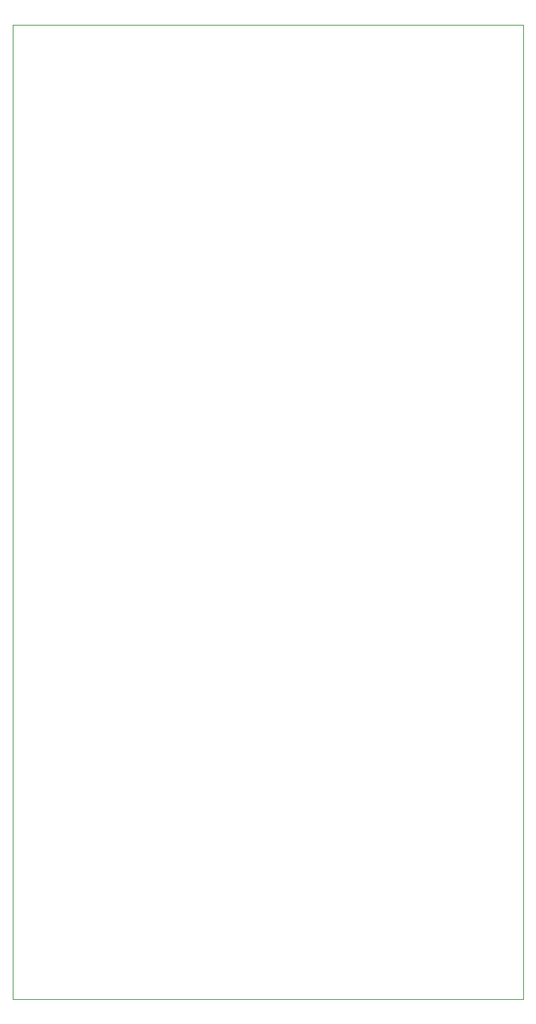
<source format=gbr>
G04 #@! TF.GenerationSoftware,KiCad,Pcbnew,(6.0.5)*
G04 #@! TF.CreationDate,2022-05-27T13:23:59-04:00*
G04 #@! TF.ProjectId,minidrone-rounded,6d696e69-6472-46f6-9e65-2d726f756e64,rev?*
G04 #@! TF.SameCoordinates,Original*
G04 #@! TF.FileFunction,Profile,NP*
%FSLAX46Y46*%
G04 Gerber Fmt 4.6, Leading zero omitted, Abs format (unit mm)*
G04 Created by KiCad (PCBNEW (6.0.5)) date 2022-05-27 13:23:59*
%MOMM*%
%LPD*%
G01*
G04 APERTURE LIST*
G04 #@! TA.AperFunction,Profile*
%ADD10C,0.050000*%
G04 #@! TD*
G04 APERTURE END LIST*
D10*
X162560000Y-34270000D02*
X223505000Y-34270000D01*
X223505000Y-34270000D02*
X223505000Y-150495000D01*
X223505000Y-150495000D02*
X162560000Y-150495000D01*
X162560000Y-150495000D02*
X162560000Y-34270000D01*
M02*

</source>
